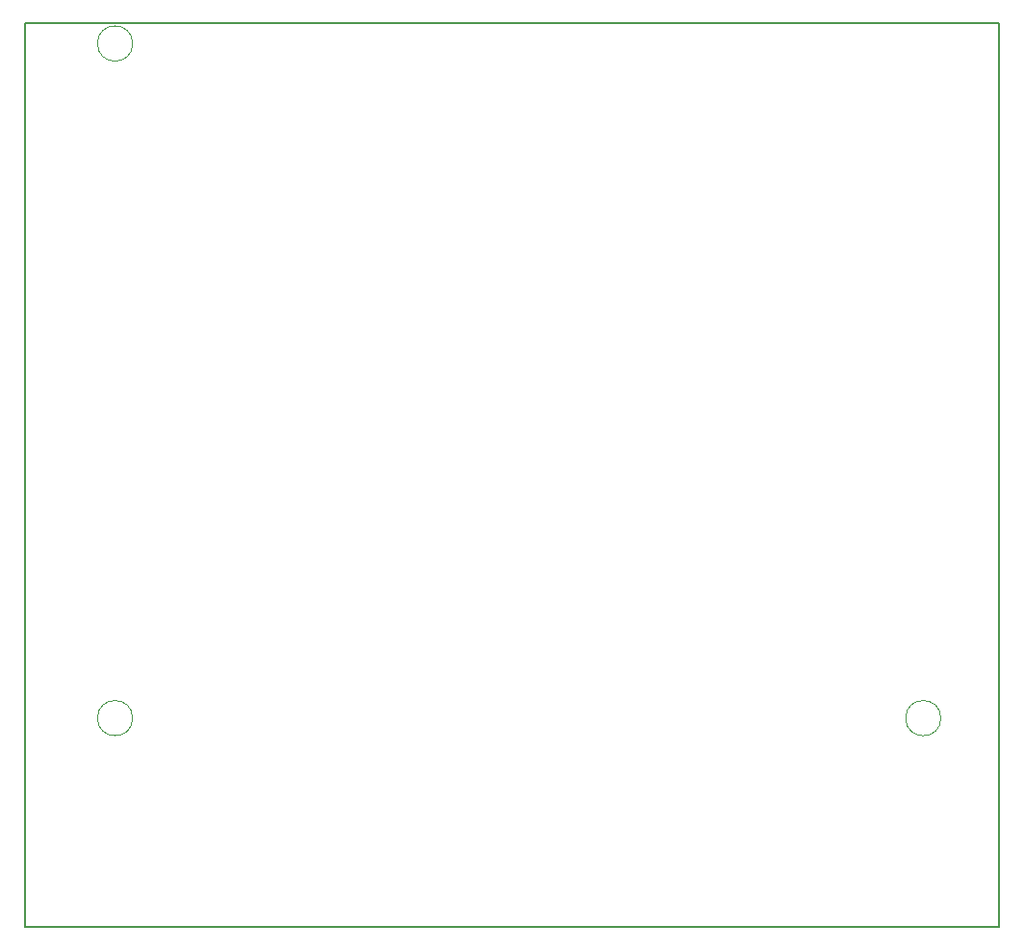
<source format=gbr>
G04 #@! TF.FileFunction,Other,User*
%FSLAX46Y46*%
G04 Gerber Fmt 4.6, Leading zero omitted, Abs format (unit mm)*
G04 Created by KiCad (PCBNEW 4.0.7-e2-6376~58~ubuntu16.04.1) date Tue Nov 20 12:23:16 2018*
%MOMM*%
%LPD*%
G01*
G04 APERTURE LIST*
%ADD10C,0.100000*%
%ADD11C,0.150000*%
%ADD12C,0.050000*%
G04 APERTURE END LIST*
D10*
D11*
X151500000Y-133950000D02*
X65800000Y-133950000D01*
X65800000Y-133950000D02*
X65800000Y-54395000D01*
X151500000Y-54395000D02*
X151500000Y-133950000D01*
X65800000Y-54395000D02*
X151500000Y-54395000D01*
D12*
X75250000Y-115600000D02*
G75*
G03X75250000Y-115600000I-1550000J0D01*
G01*
X146350000Y-115600000D02*
G75*
G03X146350000Y-115600000I-1550000J0D01*
G01*
X75250000Y-56200000D02*
G75*
G03X75250000Y-56200000I-1550000J0D01*
G01*
M02*

</source>
